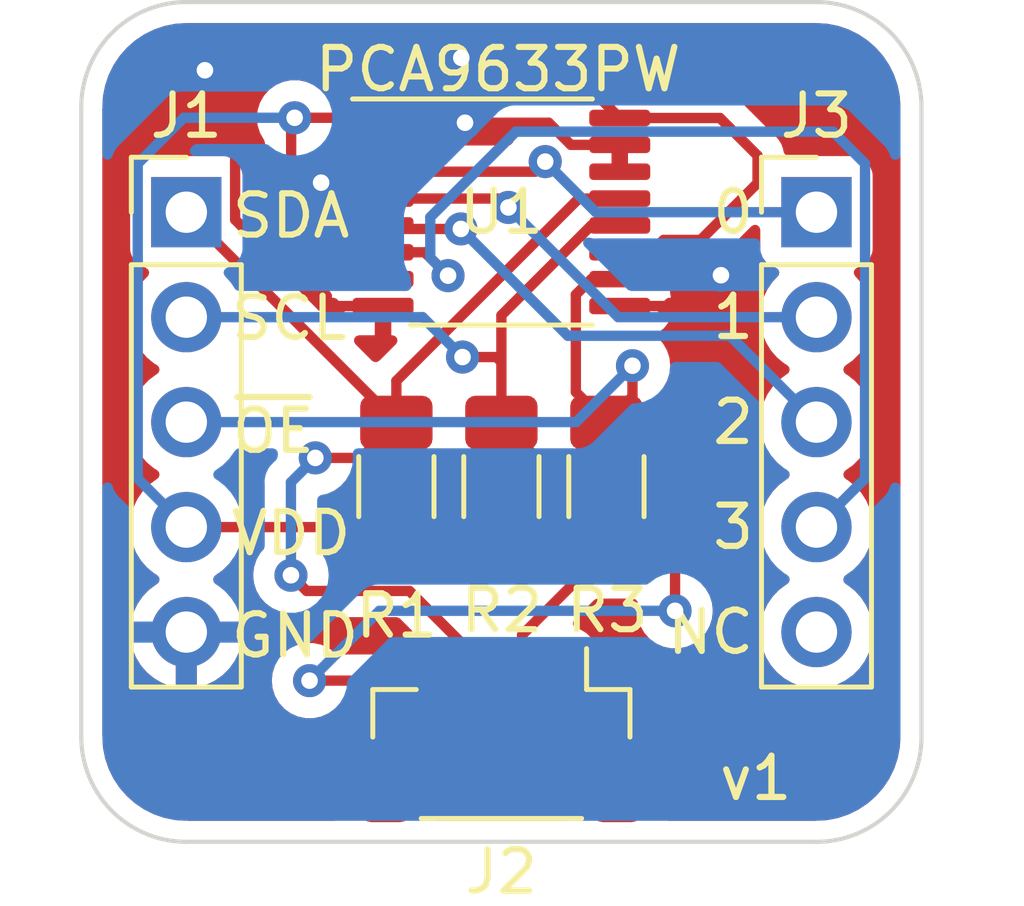
<source format=kicad_pcb>
(kicad_pcb (version 20211014) (generator pcbnew)
  (title_block (title "PCA9633PW Breakout") (date "2022-02-05") (rev "v1") (comment 1 "CC BY 4.0") (comment 2 "https://creativecommons.org/licenses/by/4.0/"))
  (layers (0 "F.Cu" signal) (31 "B.Cu" signal) (34 "B.Paste" user) (35 "F.Paste" user) (36 "B.SilkS" user "B.Silkscreen") (37 "F.SilkS" user "F.Silkscreen") (38 "B.Mask" user) (39 "F.Mask" user) (44 "Edge.Cuts" user))
  (net 0 "")
  (net 1 "/SDA")
  (net 2 "/SCL")
  (net 3 "/~{OE}")
  (net 4 "+5V")
  (net 5 "GND")
  (net 6 "/LED3")
  (net 7 "/LED2")
  (net 8 "/LED1")
  (net 9 "/LED0")
  (footprint "Connector_PinHeader_2.54mm:PinHeader_1x05_P2.54mm_Vertical" (layer "F.Cu") (at 157.48 71.125)
    (fp_text reference "J3" (at 0 -2.33) (layer "F.SilkS"))
    (fp_text value "Right Header")
    (fp_line (start -1.33 1.27) (end 1.33 1.27) (layer "F.SilkS") (width 0.12))
    (fp_line (start -1.33 -1.33) (end 0 -1.33) (layer "F.SilkS") (width 0.12))
    (fp_line (start -1.33 1.27) (end -1.33 11.49) (layer "F.SilkS") (width 0.12))
    (fp_line (start 1.33 1.27) (end 1.33 11.49) (layer "F.SilkS") (width 0.12))
    (fp_line (start -1.33 0) (end -1.33 -1.33) (layer "F.SilkS") (width 0.12))
    (fp_line (start -1.33 11.49) (end 1.33 11.49) (layer "F.SilkS") (width 0.12))
    (pad "1" thru_hole rect locked (at 0 0) (size 1.7 1.7) (drill 1) (layers *.Cu *.Mask) (net 9 "/LED0"))
    (pad "2" thru_hole oval locked (at 0 2.54) (size 1.7 1.7) (drill 1) (layers *.Cu *.Mask) (net 8 "/LED1"))
    (pad "3" thru_hole oval locked (at 0 5.08) (size 1.7 1.7) (drill 1) (layers *.Cu *.Mask) (net 7 "/LED2"))
    (pad "4" thru_hole oval locked (at 0 7.62) (size 1.7 1.7) (drill 1) (layers *.Cu *.Mask) (net 6 "/LED3"))
    (pad "5" thru_hole oval locked (at 0 10.16) (size 1.7 1.7) (drill 1) (layers *.Cu *.Mask))
  )
  (footprint "Resistor_SMD:R_1206_3216Metric_Pad1.30x1.75mm_HandSolder" (layer "F.Cu") (at 147.32 77.765 90)
    (fp_text reference "R1" (at -3.125 0.01 180) (layer "F.SilkS"))
    (fp_text value "4.7k")
    (fp_line (start -0.727064 0.91) (end 0.727064 0.91) (layer "F.SilkS") (width 0.12))
    (fp_line (start -0.727064 -0.91) (end 0.727064 -0.91) (layer "F.SilkS") (width 0.12))
    (pad "1" smd roundrect locked (at -1.55 0 90) (size 1.3 1.75) (layers "F.Cu" "F.Paste" "F.Mask") (roundrect_rratio 0.1923076923) (net 4 "+5V"))
    (pad "2" smd roundrect locked (at 1.55 0 90) (size 1.3 1.75) (layers "F.Cu" "F.Paste" "F.Mask") (roundrect_rratio 0.1923076923) (net 1 "/SDA"))
  )
  (footprint "Connector_PinHeader_2.54mm:PinHeader_1x05_P2.54mm_Vertical" (layer "F.Cu") (at 142.24 71.125)
    (fp_text reference "J1" (at 0 -2.33) (layer "F.SilkS"))
    (fp_text value "Left Header")
    (fp_line (start -1.33 0) (end -1.33 -1.33) (layer "F.SilkS") (width 0.12))
    (fp_line (start -1.33 11.49) (end 1.33 11.49) (layer "F.SilkS") (width 0.12))
    (fp_line (start -1.33 -1.33) (end 0 -1.33) (layer "F.SilkS") (width 0.12))
    (fp_line (start -1.33 1.27) (end -1.33 11.49) (layer "F.SilkS") (width 0.12))
    (fp_line (start -1.33 1.27) (end 1.33 1.27) (layer "F.SilkS") (width 0.12))
    (fp_line (start 1.33 1.27) (end 1.33 11.49) (layer "F.SilkS") (width 0.12))
    (pad "1" thru_hole rect locked (at 0 0) (size 1.7 1.7) (drill 1) (layers *.Cu *.Mask) (net 1 "/SDA"))
    (pad "2" thru_hole oval locked (at 0 2.54) (size 1.7 1.7) (drill 1) (layers *.Cu *.Mask) (net 2 "/SCL"))
    (pad "3" thru_hole oval locked (at 0 5.08) (size 1.7 1.7) (drill 1) (layers *.Cu *.Mask) (net 3 "/~{OE}"))
    (pad "4" thru_hole oval locked (at 0 7.62) (size 1.7 1.7) (drill 1) (layers *.Cu *.Mask) (net 4 "+5V"))
    (pad "5" thru_hole oval locked (at 0 10.16) (size 1.7 1.7) (drill 1) (layers *.Cu *.Mask) (net 5 "GND"))
  )
  (footprint "Resistor_SMD:R_1206_3216Metric_Pad1.30x1.75mm_HandSolder" (layer "F.Cu") (at 149.86 77.765 90)
    (fp_text reference "R2" (at -2.995 0.015 180) (layer "F.SilkS"))
    (fp_text value "4.7k")
    (fp_line (start -0.727064 0.91) (end 0.727064 0.91) (layer "F.SilkS") (width 0.12))
    (fp_line (start -0.727064 -0.91) (end 0.727064 -0.91) (layer "F.SilkS") (width 0.12))
    (pad "1" smd roundrect locked (at -1.55 0 90) (size 1.3 1.75) (layers "F.Cu" "F.Paste" "F.Mask") (roundrect_rratio 0.1923076923) (net 4 "+5V"))
    (pad "2" smd roundrect locked (at 1.55 0 90) (size 1.3 1.75) (layers "F.Cu" "F.Paste" "F.Mask") (roundrect_rratio 0.1923076923) (net 2 "/SCL"))
  )
  (footprint "Resistor_SMD:R_1206_3216Metric_Pad1.30x1.75mm_HandSolder" (layer "F.Cu") (at 152.4 77.765 90)
    (fp_text reference "R3" (at -2.995 0.02 180) (layer "F.SilkS"))
    (fp_text value "10k")
    (fp_line (start -0.727064 0.91) (end 0.727064 0.91) (layer "F.SilkS") (width 0.12))
    (fp_line (start -0.727064 -0.91) (end 0.727064 -0.91) (layer "F.SilkS") (width 0.12))
    (pad "1" smd roundrect locked (at -1.55 0 90) (size 1.3 1.75) (layers "F.Cu" "F.Paste" "F.Mask") (roundrect_rratio 0.1923076923) (net 4 "+5V"))
    (pad "2" smd roundrect locked (at 1.55 0 90) (size 1.3 1.75) (layers "F.Cu" "F.Paste" "F.Mask") (roundrect_rratio 0.1923076923) (net 3 "/~{OE}"))
  )
  (footprint "Connector_JST:JST_SH_BM04B-SRSS-TB_1x04-1MP_P1.00mm_Vertical" (layer "F.Cu") (at 149.86 83.785 180)
    (fp_text reference "J2" (at 0 -3.3) (layer "F.SilkS"))
    (fp_text value "I2C")
    (fp_line (start -2.06 1.11) (end -2.06 2.1) (layer "F.SilkS") (width 0.12))
    (fp_line (start -1.94 -2.01) (end 1.94 -2.01) (layer "F.SilkS") (width 0.12))
    (fp_line (start 3.11 1.11) (end 2.06 1.11) (layer "F.SilkS") (width 0.12))
    (fp_line (start -3.11 -0.04) (end -3.11 1.11) (layer "F.SilkS") (width 0.12))
    (fp_line (start 3.11 -0.04) (end 3.11 1.11) (layer "F.SilkS") (width 0.12))
    (fp_line (start -3.11 1.11) (end -2.06 1.11) (layer "F.SilkS") (width 0.12))
    (pad "1" smd roundrect locked (at -1.5 1.325 180) (size 0.6 1.55) (layers "F.Cu" "F.Paste" "F.Mask") (net 5 "GND"))
    (pad "2" smd roundrect locked (at -0.5 1.325 180) (size 0.6 1.55) (layers "F.Cu" "F.Paste" "F.Mask") (net 4 "+5V"))
    (pad "3" smd roundrect locked (at 0.5 1.325 180) (size 0.6 1.55) (layers "F.Cu" "F.Paste" "F.Mask") (net 1 "/SDA"))
    (pad "4" smd roundrect locked (at 1.5 1.325 180) (size 0.6 1.55) (layers "F.Cu" "F.Paste" "F.Mask") (net 2 "/SCL"))
    (pad "MP" smd roundrect locked (at -2.8 -1.2 180) (size 1.2 1.8) (layers "F.Cu" "F.Paste" "F.Mask") (roundrect_rratio 0.2083333333))
    (pad "MP" smd roundrect locked (at 2.8 -1.2 180) (size 1.2 1.8) (layers "F.Cu" "F.Paste" "F.Mask") (roundrect_rratio 0.2083333333))
  )
  (footprint "Package_SO:TSSOP-16_4.4x5mm_P0.65mm" (layer "F.Cu") (at 149.86 71.12)
    (fp_text reference "U1" (at 0 0) (layer "F.SilkS"))
    (fp_text value "PCA9633PW" (at -0.08 -3.45) (layer "F.SilkS"))
    (fp_line (start 0 2.735) (end 2.2 2.735) (layer "F.SilkS") (width 0.12))
    (fp_line (start 0 -2.735) (end 2.2 -2.735) (layer "F.SilkS") (width 0.12))
    (fp_line (start 0 2.735) (end -2.2 2.735) (layer "F.SilkS") (width 0.12))
    (fp_line (start 0 -2.735) (end -3.6 -2.735) (layer "F.SilkS") (width 0.12))
    (pad "1" smd roundrect locked (at -2.8625 -2.275) (size 1.475 0.4) (layers "F.Cu" "F.Paste" "F.Mask") (net 4 "+5V"))
    (pad "2" smd roundrect locked (at -2.8625 -1.625) (size 1.475 0.4) (layers "F.Cu" "F.Paste" "F.Mask") (net 5 "GND"))
    (pad "3" smd roundrect locked (at -2.8625 -0.975) (size 1.475 0.4) (layers "F.Cu" "F.Paste" "F.Mask") (net 9 "/LED0"))
    (pad "4" smd roundrect locked (at -2.8625 -0.325) (size 1.475 0.4) (layers "F.Cu" "F.Paste" "F.Mask") (net 8 "/LED1"))
    (pad "5" smd roundrect locked (at -2.8625 0.325) (size 1.475 0.4) (layers "F.Cu" "F.Paste" "F.Mask") (net 7 "/LED2"))
    (pad "6" smd roundrect locked (at -2.8625 0.975) (size 1.475 0.4) (layers "F.Cu" "F.Paste" "F.Mask") (net 6 "/LED3"))
    (pad "7" smd roundrect locked (at -2.8625 1.625) (size 1.475 0.4) (layers "F.Cu" "F.Paste" "F.Mask") (net 4 "+5V"))
    (pad "8" smd roundrect locked (at -2.8625 2.275) (size 1.475 0.4) (layers "F.Cu" "F.Paste" "F.Mask") (net 5 "GND"))
    (pad "9" smd roundrect locked (at 2.8625 2.275) (size 1.475 0.4) (layers "F.Cu" "F.Paste" "F.Mask") (net 5 "GND"))
    (pad "10" smd roundrect locked (at 2.8625 1.625) (size 1.475 0.4) (layers "F.Cu" "F.Paste" "F.Mask") (net 3 "/~{OE}"))
    (pad "11" smd roundrect locked (at 2.8625 0.975) (size 1.475 0.4) (layers "F.Cu" "F.Paste" "F.Mask") (net 4 "+5V"))
    (pad "12" smd roundrect locked (at 2.8625 0.325) (size 1.475 0.4) (layers "F.Cu" "F.Paste" "F.Mask") (net 2 "/SCL"))
    (pad "13" smd roundrect locked (at 2.8625 -0.325) (size 1.475 0.4) (layers "F.Cu" "F.Paste" "F.Mask") (net 1 "/SDA"))
    (pad "14" smd roundrect locked (at 2.8625 -0.975) (size 1.475 0.4) (layers "F.Cu" "F.Paste" "F.Mask") (net 5 "GND"))
    (pad "15" smd roundrect locked (at 2.8625 -1.625) (size 1.475 0.4) (layers "F.Cu" "F.Paste" "F.Mask") (net 5 "GND"))
    (pad "16" smd roundrect locked (at 2.8625 -2.275) (size 1.475 0.4) (layers "F.Cu" "F.Paste" "F.Mask") (net 4 "+5V"))
  )
  (gr_line (start 160.02 83.82) (end 160.02 68.58) (layer "Edge.Cuts") (width 0.1))
  (gr_arc (start 160.02 83.82) (mid 159.276051 85.616051) (end 157.48 86.36) (layer "Edge.Cuts") (width 0.1))
  (gr_line (start 157.48 86.36) (end 142.24 86.36) (layer "Edge.Cuts") (width 0.1))
  (gr_arc (start 139.7 68.58) (mid 140.443949 66.783949) (end 142.24 66.04) (layer "Edge.Cuts") (width 0.1))
  (gr_line (start 142.24 66.04) (end 157.48 66.04) (layer "Edge.Cuts") (width 0.1))
  (gr_arc (start 157.48 66.04) (mid 159.276051 66.783949) (end 160.02 68.58) (layer "Edge.Cuts") (width 0.1))
  (gr_line (start 139.7 83.82) (end 139.7 68.58) (layer "Edge.Cuts") (width 0.1))
  (gr_arc (start 142.24 86.36) (mid 140.443949 85.616051) (end 139.7 83.82) (layer "Edge.Cuts") (width 0.1))
  (gr_text "3" (at 156.04 78.745) (layer "F.SilkS") (effects (font (size 1 1)) (justify right)))
  (gr_text "SCL" (at 144.725952 73.68875) (layer "F.SilkS") (effects (font (size 1 1))))
  (gr_text "2" (at 156.04 76.205) (layer "F.SilkS") (effects (font (size 1 1)) (justify right)))
  (gr_text "SDA" (at 143.27 71.2125) (layer "F.SilkS") (effects (font (size 1 1)) (justify left)))
  (gr_text "~{OE}" (at 143.27 76.42) (layer "F.SilkS") (effects (font (size 1 1)) (justify left)))
  (gr_text "VDD" (at 144.773571 78.89625) (layer "F.SilkS") (effects (font (size 1 1))))
  (gr_text "NC" (at 156.04 81.285) (layer "F.SilkS") (effects (font (size 1 1)) (justify right)))
  (gr_text "GND" (at 144.868809 81.3725) (layer "F.SilkS") (effects (font (size 1 1))))
  (gr_text "0" (at 156.04 71.125) (layer "F.SilkS") (effects (font (size 1 1)) (justify right)))
  (gr_text "v1" (at 156.01 84.82) (layer "F.SilkS") (effects (font (size 1 1))))
  (gr_text "1" (at 156.04 73.665) (layer "F.SilkS") (effects (font (size 1 1)) (justify right)))
  (segment (start 145.36 77.07) (end 146.465 77.07) (width 0.25) (layer "F.Cu") (net 1))
  (segment (start 149.36 82.013928) (end 147.635592 80.28952) (width 0.25) (layer "F.Cu") (net 1))
  (segment (start 147.635592 80.28952) (end 145.14952 80.28952) (width 0.25) (layer "F.Cu") (net 1))
  (segment (start 147.32 76.215) (end 147.32 76.205) (width 0.25) (layer "F.Cu") (net 1))
  (segment (start 146.465 77.07) (end 147.32 76.215) (width 0.25) (layer "F.Cu") (net 1))
  (segment (start 147.32 76.215) (end 147.32 75.205386) (width 0.25) (layer "F.Cu") (net 1))
  (segment (start 151.730386 70.795) (end 152.7225 70.795) (width 0.25) (layer "F.Cu") (net 1))
  (segment (start 147.32 76.205) (end 142.24 71.125) (width 0.25) (layer "F.Cu") (net 1))
  (segment (start 149.36 82.46) (end 149.36 82.013928) (width 0.25) (layer "F.Cu") (net 1))
  (segment (start 147.32 75.205386) (end 151.730386 70.795) (width 0.25) (layer "F.Cu") (net 1))
  (segment (start 145.14952 80.28952) (end 144.77 79.91) (width 0.25) (layer "F.Cu") (net 1))
  (via (at 145.36 77.07) (size 0.8) (drill 0.4) (layers "F.Cu" "B.Cu") (net 1))
  (via (at 144.77 79.91) (size 0.8) (drill 0.4) (layers "F.Cu" "B.Cu") (net 1))
  (segment (start 144.77 77.66) (end 145.36 77.07) (width 0.25) (layer "B.Cu") (net 1))
  (segment (start 144.77 79.91) (end 144.77 77.66) (width 0.25) (layer "B.Cu") (net 1))
  (segment (start 148.36 82.46) (end 145.22 82.46) (width 0.25) (layer "F.Cu") (net 2))
  (segment (start 154.06 79.137507) (end 152.112013 77.18952) (width 0.25) (layer "F.Cu") (net 2))
  (segment (start 149.86 76.215) (end 149.86 74.75) (width 0.25) (layer "F.Cu") (net 2))
  (segment (start 150.83452 77.18952) (end 149.86 76.215) (width 0.25) (layer "F.Cu") (net 2))
  (segment (start 149.86 74.75) (end 149.86 73.619639) (width 0.25) (layer "F.Cu") (net 2))
  (segment (start 149.86 73.619639) (end 152.034639 71.445) (width 0.25) (layer "F.Cu") (net 2))
  (segment (start 148.92 74.63) (end 149.74 74.63) (width 0.25) (layer "F.Cu") (net 2))
  (segment (start 152.034639 71.445) (end 152.7225 71.445) (width 0.25) (layer "F.Cu") (net 2))
  (segment (start 152.112013 77.18952) (end 150.83452 77.18952) (width 0.25) (layer "F.Cu") (net 2))
  (segment (start 154.06 80.77) (end 154.06 79.137507) (width 0.25) (layer "F.Cu") (net 2))
  (segment (start 149.74 74.63) (end 149.86 74.75) (width 0.25) (layer "F.Cu") (net 2))
  (via (at 145.22 82.46) (size 0.8) (drill 0.4) (layers "F.Cu" "B.Cu") (net 2))
  (via (at 154.06 80.77) (size 0.8) (drill 0.4) (layers "F.Cu" "B.Cu") (net 2))
  (via (at 148.92 74.63) (size 0.8) (drill 0.4) (layers "F.Cu" "B.Cu") (net 2))
  (segment (start 146.91 80.77) (end 154.06 80.77) (width 0.25) (layer "B.Cu") (net 2))
  (segment (start 145.22 82.46) (end 146.91 80.77) (width 0.25) (layer "B.Cu") (net 2))
  (segment (start 147.955 73.665) (end 148.92 74.63) (width 0.25) (layer "B.Cu") (net 2))
  (segment (start 142.24 73.665) (end 147.955 73.665) (width 0.25) (layer "B.Cu") (net 2))
  (segment (start 153.03 75.585) (end 152.4 76.215) (width 0.25) (layer "F.Cu") (net 3))
  (segment (start 152.034639 72.745) (end 152.7225 72.745) (width 0.25) (layer "F.Cu") (net 3))
  (segment (start 151.66048 75.47548) (end 151.66048 73.119159) (width 0.25) (layer "F.Cu") (net 3))
  (segment (start 151.66048 73.119159) (end 152.034639 72.745) (width 0.25) (layer "F.Cu") (net 3))
  (segment (start 153.03 74.84) (end 153.03 75.585) (width 0.25) (layer "F.Cu") (net 3))
  (segment (start 152.4 76.215) (end 151.66048 75.47548) (width 0.25) (layer "F.Cu") (net 3))
  (via (at 153.03 74.84) (size 0.8) (drill 0.4) (layers "F.Cu" "B.Cu") (net 3))
  (segment (start 151.665 76.205) (end 153.03 74.84) (width 0.25) (layer "B.Cu") (net 3))
  (segment (start 142.24 76.205) (end 151.665 76.205) (width 0.25) (layer "B.Cu") (net 3))
  (segment (start 147.607011 68.235489) (end 146.9975 68.845) (width 0.25) (layer "F.Cu") (net 4))
  (segment (start 145.93548 72.370841) (end 145.120841 72.370841) (width 0.25) (layer "F.Cu") (net 4))
  (segment (start 147.32 79.315) (end 146.75 78.745) (width 0.25) (layer "F.Cu") (net 4))
  (segment (start 152.7225 68.845) (end 152.112989 68.235489) (width 0.25) (layer "F.Cu") (net 4))
  (segment (start 144.86 68.84) (end 146.9925 68.84) (width 0.25) (layer "F.Cu") (net 4))
  (segment (start 145.120841 72.370841) (end 144.775489 72.025489) (width 0.25) (layer "F.Cu") (net 4))
  (segment (start 152.7225 68.845) (end 153.410361 68.845) (width 0.25) (layer "F.Cu") (net 4))
  (segment (start 154.679134 71.79548) (end 156.054511 70.420103) (width 0.25) (layer "F.Cu") (net 4))
  (segment (start 144.775489 72.025489) (end 144.775489 68.924511) (width 0.25) (layer "F.Cu") (net 4))
  (segment (start 155.145 68.845) (end 152.7225 68.845) (width 0.25) (layer "F.Cu") (net 4))
  (segment (start 146.75 78.745) (end 142.24 78.745) (width 0.25) (layer "F.Cu") (net 4))
  (segment (start 146.309639 72.745) (end 145.93548 72.370841) (width 0.25) (layer "F.Cu") (net 4))
  (segment (start 146.295 68.845) (end 146.9975 68.845) (width 0.25) (layer "F.Cu") (net 4))
  (segment (start 156.054511 70.420103) (end 156.054511 69.754511) (width 0.25) (layer "F.Cu") (net 4))
  (segment (start 146.9975 72.745) (end 146.309639 72.745) (width 0.25) (layer "F.Cu") (net 4))
  (segment (start 150.36 82.46) (end 150.36 81.355) (width 0.25) (layer "F.Cu") (net 4))
  (segment (start 146.9925 68.84) (end 146.9975 68.845) (width 0.25) (layer "F.Cu") (net 4))
  (segment (start 153.485 72.095) (end 152.7225 72.095) (width 0.25) (layer "F.Cu") (net 4))
  (segment (start 156.054511 69.754511) (end 155.145 68.845) (width 0.25) (layer "F.Cu") (net 4))
  (segment (start 150.36 81.355) (end 152.4 79.315) (width 0.25) (layer "F.Cu") (net 4))
  (segment (start 149.86 79.315) (end 147.32 79.315) (width 0.25) (layer "F.Cu") (net 4))
  (segment (start 152.4 79.315) (end 149.86 79.315) (width 0.25) (layer "F.Cu") (net 4))
  (segment (start 152.112989 68.235489) (end 147.607011 68.235489) (width 0.25) (layer "F.Cu") (net 4))
  (segment (start 153.78452 71.79548) (end 153.485 72.095) (width 0.25) (layer "F.Cu") (net 4))
  (segment (start 144.775489 68.924511) (end 144.86 68.84) (width 0.25) (layer "F.Cu") (net 4))
  (segment (start 153.78452 71.79548) (end 154.679134 71.79548) (width 0.25) (layer "F.Cu") (net 4))
  (via (at 144.86 68.84) (size 0.8) (drill 0.4) (layers "F.Cu" "B.Cu") (net 4))
  (segment (start 142.24 78.745) (end 141.065489 77.570489) (width 0.25) (layer "B.Cu") (net 4))
  (segment (start 141.065489 69.950489) (end 142.175978 68.84) (width 0.25) (layer "B.Cu") (net 4))
  (segment (start 141.065489 77.570489) (end 141.065489 69.950489) (width 0.25) (layer "B.Cu") (net 4))
  (segment (start 142.175978 68.84) (end 144.86 68.84) (width 0.25) (layer "B.Cu") (net 4))
  (segment (start 146.9975 73.395) (end 145.509283 73.395) (width 0.25) (layer "F.Cu") (net 5))
  (segment (start 143.42 71.305717) (end 143.42 67.67) (width 0.25) (layer "F.Cu") (net 5))
  (segment (start 146.309639 69.495) (end 145.5 70.304639) (width 0.25) (layer "F.Cu") (net 5))
  (segment (start 146.9975 69.495) (end 146.309639 69.495) (width 0.25) (layer "F.Cu") (net 5))
  (segment (start 152.7225 73.395) (end 154.425 73.395) (width 0.25) (layer "F.Cu") (net 5))
  (segment (start 151.539614 69.495) (end 151.004614 68.96) (width 0.25) (layer "F.Cu") (net 5))
  (segment (start 152.7225 69.495) (end 151.539614 69.495) (width 0.25) (layer "F.Cu") (net 5))
  (segment (start 154.425 73.395) (end 155.17 72.65) (width 0.25) (layer "F.Cu") (net 5))
  (segment (start 151.004614 68.96) (end 148.98 68.96) (width 0.25) (layer "F.Cu") (net 5))
  (segment (start 145.5 70.304639) (end 145.5 70.41) (width 0.25) (layer "F.Cu") (net 5))
  (segment (start 145.509283 73.395) (end 143.42 71.305717) (width 0.25) (layer "F.Cu") (net 5))
  (via (at 148.98 68.96) (size 0.8) (drill 0.4) (layers "F.Cu" "B.Cu") (net 5))
  (via (at 145.5 70.41) (size 0.8) (drill 0.4) (layers "F.Cu" "B.Cu") (net 5))
  (via (at 142.69 67.69) (size 0.8) (drill 0.4) (layers "F.Cu" "B.Cu") (net 5))
  (via (at 148.89 67.39) (size 0.8) (drill 0.4) (layers "F.Cu" "B.Cu") (net 5))
  (via (at 155.17 72.65) (size 0.8) (drill 0.4) (layers "F.Cu" "B.Cu") (net 5))
  (segment (start 148.005 72.095) (end 146.9975 72.095) (width 0.25) (layer "F.Cu") (net 6))
  (segment (start 148.57 72.66) (end 148.005 72.095) (width 0.25) (layer "F.Cu") (net 6))
  (via (at 148.57 72.66) (size 0.8) (drill 0.4) (layers "F.Cu" "B.Cu") (net 6))
  (segment (start 157.879511 69.175489) (end 150.209897 69.175489) (width 0.25) (layer "B.Cu") (net 6))
  (segment (start 158.654511 77.570489) (end 158.654511 69.950489) (width 0.25) (layer "B.Cu") (net 6))
  (segment (start 157.48 78.745) (end 158.654511 77.570489) (width 0.25) (layer "B.Cu") (net 6))
  (segment (start 158.654511 69.950489) (end 157.879511 69.175489) (width 0.25) (layer "B.Cu") (net 6))
  (segment (start 148.14 72.23) (end 148.57 72.66) (width 0.25) (layer "B.Cu") (net 6))
  (segment (start 148.57 72.66) (end 148.58 72.67) (width 0.25) (layer "B.Cu") (net 6))
  (segment (start 150.209897 69.175489) (end 148.14 71.245386) (width 0.25) (layer "B.Cu") (net 6))
  (segment (start 148.14 72.17) (end 148.14 72.23) (width 0.25) (layer "B.Cu") (net 6))
  (segment (start 148.14 71.245386) (end 148.14 72.17) (width 0.25) (layer "B.Cu") (net 6))
  (segment (start 147.0825 71.53) (end 146.9975 71.445) (width 0.25) (layer "F.Cu") (net 7))
  (segment (start 148.88 71.53) (end 147.0825 71.53) (width 0.25) (layer "F.Cu") (net 7))
  (via (at 148.88 71.53) (size 0.8) (drill 0.4) (layers "F.Cu" "B.Cu") (net 7))
  (segment (start 155.390489 74.115489) (end 151.465489 74.115489) (width 0.25) (layer "B.Cu") (net 7))
  (segment (start 157.48 76.205) (end 155.390489 74.115489) (width 0.25) (layer "B.Cu") (net 7))
  (segment (start 151.465489 74.115489) (end 148.88 71.53) (width 0.25) (layer "B.Cu") (net 7))
  (segment (start 150.03 71.01) (end 149.815 70.795) (width 0.25) (layer "F.Cu") (net 8))
  (segment (start 149.815 70.795) (end 146.9975 70.795) (width 0.25) (layer "F.Cu") (net 8))
  (via (at 150.03 71.01) (size 0.8) (drill 0.4) (layers "F.Cu" "B.Cu") (net 8))
  (segment (start 157.48 73.665) (end 152.685 73.665) (width 0.25) (layer "B.Cu") (net 8))
  (segment (start 152.685 73.665) (end 150.03 71.01) (width 0.25) (layer "B.Cu") (net 8))
  (segment (start 150.92 69.9) (end 150.675 70.145) (width 0.25) (layer "F.Cu") (net 9))
  (segment (start 150.675 70.145) (end 146.9975 70.145) (width 0.25) (layer "F.Cu") (net 9))
  (via (at 150.92 69.9) (size 0.8) (drill 0.4) (layers "F.Cu" "B.Cu") (net 9))
  (segment (start 157.48 71.125) (end 152.145 71.125) (width 0.25) (layer "B.Cu") (net 9))
  (segment (start 152.145 71.125) (end 150.92 69.9) (width 0.25) (layer "B.Cu") (net 9))
  (zone (net 5) (net_name "GND") (layer "F.Cu") (connect_pads (clearance 0.508)) (min_thickness 0.254) (fill yes (thermal_gap 0.508) (thermal_bridge_width 0.508))
    (polygon (pts (xy 160.02 86.36) (xy 139.7 86.36) (xy 139.7 66.04) (xy 160.02 66.04)))
  )
  (zone (net 5) (net_name "GND") (layer "B.Cu") (connect_pads (clearance 0.508)) (min_thickness 0.254) (fill yes (thermal_gap 0.508) (thermal_bridge_width 0.508))
    (polygon (pts (xy 160.02 86.36) (xy 139.7 86.36) (xy 139.7 66.04) (xy 160.02 66.04)))
  )
)
</source>
